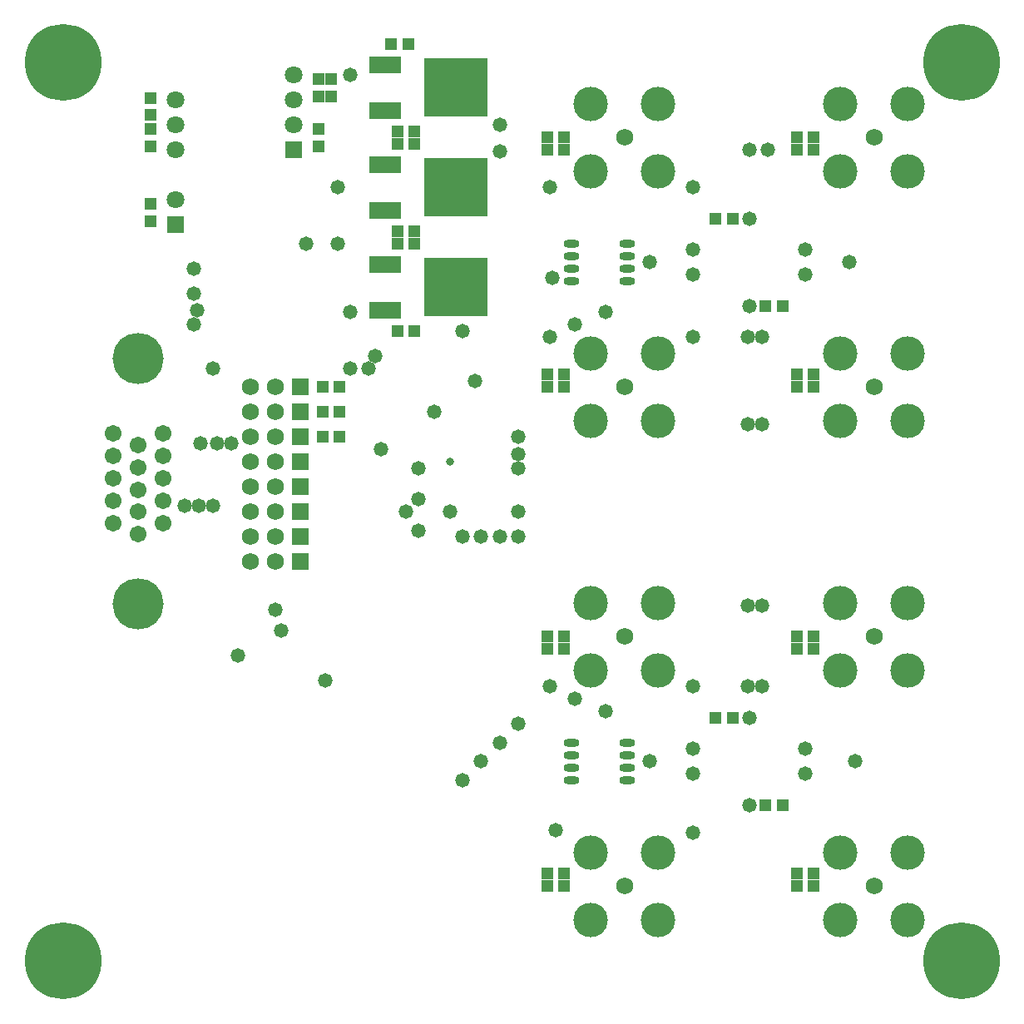
<source format=gbs>
G04*
G04 #@! TF.GenerationSoftware,Altium Limited,Altium Designer,20.1.12 (249)*
G04*
G04 Layer_Color=16711935*
%FSLAX25Y25*%
%MOIN*%
G70*
G04*
G04 #@! TF.SameCoordinates,69E86C78-A60B-413B-87A9-659EDA75703A*
G04*
G04*
G04 #@! TF.FilePolarity,Negative*
G04*
G01*
G75*
%ADD17R,0.04540X0.04540*%
%ADD20R,0.04540X0.04540*%
%ADD27C,0.20485*%
%ADD28C,0.06706*%
%ADD29R,0.07099X0.07099*%
%ADD30C,0.07099*%
%ADD31C,0.03162*%
%ADD32R,0.06800X0.06800*%
%ADD33C,0.06800*%
%ADD34C,0.03800*%
%ADD35C,0.30800*%
%ADD36C,0.13800*%
%ADD38C,0.05800*%
%ADD65R,0.12611X0.07099*%
%ADD66R,0.25210X0.23635*%
%ADD67O,0.06312X0.03162*%
D17*
X459154Y372500D02*
D03*
X465846D02*
D03*
Y412500D02*
D03*
X459154D02*
D03*
Y452500D02*
D03*
X465846D02*
D03*
X459154Y407500D02*
D03*
X465846D02*
D03*
Y447500D02*
D03*
X459154D02*
D03*
X456653Y487500D02*
D03*
X463346D02*
D03*
X435847Y340000D02*
D03*
X429153D02*
D03*
X435847Y330000D02*
D03*
X429153D02*
D03*
X435847Y350000D02*
D03*
X429153D02*
D03*
X619153Y445000D02*
D03*
X625846D02*
D03*
X619153Y450000D02*
D03*
X625846D02*
D03*
X519153Y445000D02*
D03*
X525846D02*
D03*
X519153Y450000D02*
D03*
X525846D02*
D03*
X619153Y350000D02*
D03*
X625846D02*
D03*
X619153Y355000D02*
D03*
X625846D02*
D03*
X519153D02*
D03*
X525846D02*
D03*
X519153Y350000D02*
D03*
X525846D02*
D03*
X519153Y155000D02*
D03*
X525846D02*
D03*
X619153D02*
D03*
X625846D02*
D03*
X519153Y245000D02*
D03*
X525846D02*
D03*
X519153Y250000D02*
D03*
X525846D02*
D03*
X619153D02*
D03*
X625846D02*
D03*
X619153Y245000D02*
D03*
X625846D02*
D03*
X619153Y150000D02*
D03*
X625846D02*
D03*
X519153D02*
D03*
X525846D02*
D03*
X586654Y417500D02*
D03*
X593347D02*
D03*
X613346Y382500D02*
D03*
X606653D02*
D03*
X586654Y217500D02*
D03*
X593347D02*
D03*
X613346Y182500D02*
D03*
X606653D02*
D03*
D20*
X427500Y446654D02*
D03*
Y453346D02*
D03*
Y473347D02*
D03*
Y466653D02*
D03*
X360000Y465846D02*
D03*
Y459154D02*
D03*
Y453346D02*
D03*
Y446654D02*
D03*
Y416653D02*
D03*
Y423347D02*
D03*
X432500Y473347D02*
D03*
Y466653D02*
D03*
D27*
X355000Y361653D02*
D03*
Y263268D02*
D03*
D28*
X365000Y295512D02*
D03*
X355000Y291024D02*
D03*
Y326929D02*
D03*
X365000Y304488D02*
D03*
X355000Y300000D02*
D03*
X365000Y313465D02*
D03*
X355000Y308976D02*
D03*
X365000Y322441D02*
D03*
X355000Y317953D02*
D03*
X365000Y331417D02*
D03*
X345000D02*
D03*
Y322441D02*
D03*
Y313465D02*
D03*
Y304488D02*
D03*
Y295512D02*
D03*
D29*
X370000Y415000D02*
D03*
X417500Y445000D02*
D03*
D30*
X370000D02*
D03*
Y455000D02*
D03*
Y425000D02*
D03*
X370257Y465018D02*
D03*
X417500Y455000D02*
D03*
Y465000D02*
D03*
Y475000D02*
D03*
D31*
X480000Y320000D02*
D03*
D32*
X420000Y300000D02*
D03*
Y340000D02*
D03*
Y280000D02*
D03*
Y320000D02*
D03*
Y310000D02*
D03*
Y350000D02*
D03*
Y330000D02*
D03*
Y290000D02*
D03*
D33*
X410000Y300000D02*
D03*
X400000D02*
D03*
X410000Y340000D02*
D03*
X400000D02*
D03*
X410000Y280000D02*
D03*
X400000D02*
D03*
X410000Y320000D02*
D03*
X400000D02*
D03*
X410000Y310000D02*
D03*
X400000D02*
D03*
X410000Y350000D02*
D03*
X400000D02*
D03*
X410000Y330000D02*
D03*
X400000D02*
D03*
X410000Y290000D02*
D03*
X400000D02*
D03*
X650000Y450000D02*
D03*
X550000D02*
D03*
Y350000D02*
D03*
X650000D02*
D03*
Y250000D02*
D03*
X550000D02*
D03*
X650000Y150000D02*
D03*
X550000D02*
D03*
D34*
X325000Y491250D02*
D03*
X336250Y480000D02*
D03*
X325000Y468750D02*
D03*
X313750Y480000D02*
D03*
X315158Y485906D02*
D03*
X319094Y489843D02*
D03*
Y470157D02*
D03*
X334842Y474094D02*
D03*
X330906Y489843D02*
D03*
X315158Y474094D02*
D03*
X330906Y470157D02*
D03*
X334842Y485906D02*
D03*
X694842D02*
D03*
X690906Y470157D02*
D03*
X675157Y474094D02*
D03*
X690906Y489843D02*
D03*
X694842Y474094D02*
D03*
X679095Y470157D02*
D03*
Y489843D02*
D03*
X675157Y485906D02*
D03*
X673750Y480000D02*
D03*
X685000Y468750D02*
D03*
X696250Y480000D02*
D03*
X685000Y491250D02*
D03*
X694842Y125906D02*
D03*
X690906Y110158D02*
D03*
X675157Y114094D02*
D03*
X690906Y129842D02*
D03*
X694842Y114094D02*
D03*
X679095Y110158D02*
D03*
Y129842D02*
D03*
X675157Y125906D02*
D03*
X673750Y120000D02*
D03*
X685000Y108750D02*
D03*
X696250Y120000D02*
D03*
X685000Y131250D02*
D03*
X334842Y125906D02*
D03*
X330906Y110158D02*
D03*
X315158Y114094D02*
D03*
X330906Y129842D02*
D03*
X334842Y114094D02*
D03*
X319094Y110158D02*
D03*
Y129842D02*
D03*
X315158Y125906D02*
D03*
X313750Y120000D02*
D03*
X325000Y108750D02*
D03*
X336250Y120000D02*
D03*
X325000Y131250D02*
D03*
D35*
Y480000D02*
D03*
X685000D02*
D03*
Y120000D02*
D03*
X325000D02*
D03*
D36*
X636500Y436500D02*
D03*
Y463500D02*
D03*
X663500D02*
D03*
Y436500D02*
D03*
X536500D02*
D03*
Y463500D02*
D03*
X563500D02*
D03*
Y436500D02*
D03*
X536500Y336500D02*
D03*
Y363500D02*
D03*
X563500D02*
D03*
Y336500D02*
D03*
X636500D02*
D03*
Y363500D02*
D03*
X663500D02*
D03*
Y336500D02*
D03*
X636500Y236500D02*
D03*
Y263500D02*
D03*
X663500D02*
D03*
Y236500D02*
D03*
X536500D02*
D03*
Y263500D02*
D03*
X563500D02*
D03*
Y236500D02*
D03*
X636500Y136500D02*
D03*
Y163500D02*
D03*
X663500D02*
D03*
Y136500D02*
D03*
X536500D02*
D03*
Y163500D02*
D03*
X563500D02*
D03*
Y136500D02*
D03*
D38*
X530000Y375000D02*
D03*
X520000Y370000D02*
D03*
X473900Y340000D02*
D03*
X385000Y357500D02*
D03*
X412500Y252500D02*
D03*
X452500Y325000D02*
D03*
X467500Y292500D02*
D03*
X485000Y372500D02*
D03*
X500000Y444400D02*
D03*
X379400Y302500D02*
D03*
X380158Y327342D02*
D03*
X386900Y327500D02*
D03*
X395000Y242500D02*
D03*
X435000Y407500D02*
D03*
Y430000D02*
D03*
X467500Y305000D02*
D03*
Y317500D02*
D03*
X485000Y192500D02*
D03*
X492500Y200000D02*
D03*
X500000Y207500D02*
D03*
Y455000D02*
D03*
X485000Y290000D02*
D03*
X492500D02*
D03*
X500000D02*
D03*
X378831Y380900D02*
D03*
X377504Y387509D02*
D03*
X410000Y260900D02*
D03*
X440054Y380000D02*
D03*
X440000Y475000D02*
D03*
X480000Y300000D02*
D03*
X462500D02*
D03*
X373800Y302500D02*
D03*
X385000D02*
D03*
X377500Y375000D02*
D03*
Y397500D02*
D03*
X392500Y327500D02*
D03*
X430000Y232500D02*
D03*
X490000Y352500D02*
D03*
X447500Y357500D02*
D03*
X440000D02*
D03*
X450004Y362509D02*
D03*
X422500Y407500D02*
D03*
X507500Y323100D02*
D03*
Y317500D02*
D03*
X521154Y393846D02*
D03*
X507500Y215000D02*
D03*
Y300000D02*
D03*
Y290000D02*
D03*
Y330000D02*
D03*
X542500Y380000D02*
D03*
X530000Y225000D02*
D03*
X542500Y220000D02*
D03*
X607500Y445000D02*
D03*
X600000D02*
D03*
Y417500D02*
D03*
X599400Y370000D02*
D03*
X600000Y382500D02*
D03*
X599400Y335000D02*
D03*
Y262500D02*
D03*
Y230000D02*
D03*
X605000Y370000D02*
D03*
Y335000D02*
D03*
Y262500D02*
D03*
Y230000D02*
D03*
X640000Y400000D02*
D03*
X560000D02*
D03*
X520000Y430000D02*
D03*
X577500D02*
D03*
Y405000D02*
D03*
Y395000D02*
D03*
Y370000D02*
D03*
X622500Y405000D02*
D03*
Y395000D02*
D03*
X520000Y230000D02*
D03*
X577500D02*
D03*
X622500Y205000D02*
D03*
X642500Y200000D02*
D03*
X622500Y195000D02*
D03*
X577500Y171400D02*
D03*
X522500Y172500D02*
D03*
X560000Y200000D02*
D03*
X577500Y205000D02*
D03*
Y195000D02*
D03*
X600000Y182500D02*
D03*
Y217500D02*
D03*
D65*
X454232Y460984D02*
D03*
Y479016D02*
D03*
Y380984D02*
D03*
Y399016D02*
D03*
Y420984D02*
D03*
Y439016D02*
D03*
D66*
X482500Y470000D02*
D03*
Y390000D02*
D03*
Y430000D02*
D03*
D67*
X528976Y192500D02*
D03*
Y197500D02*
D03*
Y202500D02*
D03*
Y207500D02*
D03*
X551024Y192500D02*
D03*
Y197500D02*
D03*
Y202500D02*
D03*
Y207500D02*
D03*
X528976Y392500D02*
D03*
Y397500D02*
D03*
Y402500D02*
D03*
Y407500D02*
D03*
X551024Y392500D02*
D03*
Y397500D02*
D03*
Y402500D02*
D03*
Y407500D02*
D03*
M02*

</source>
